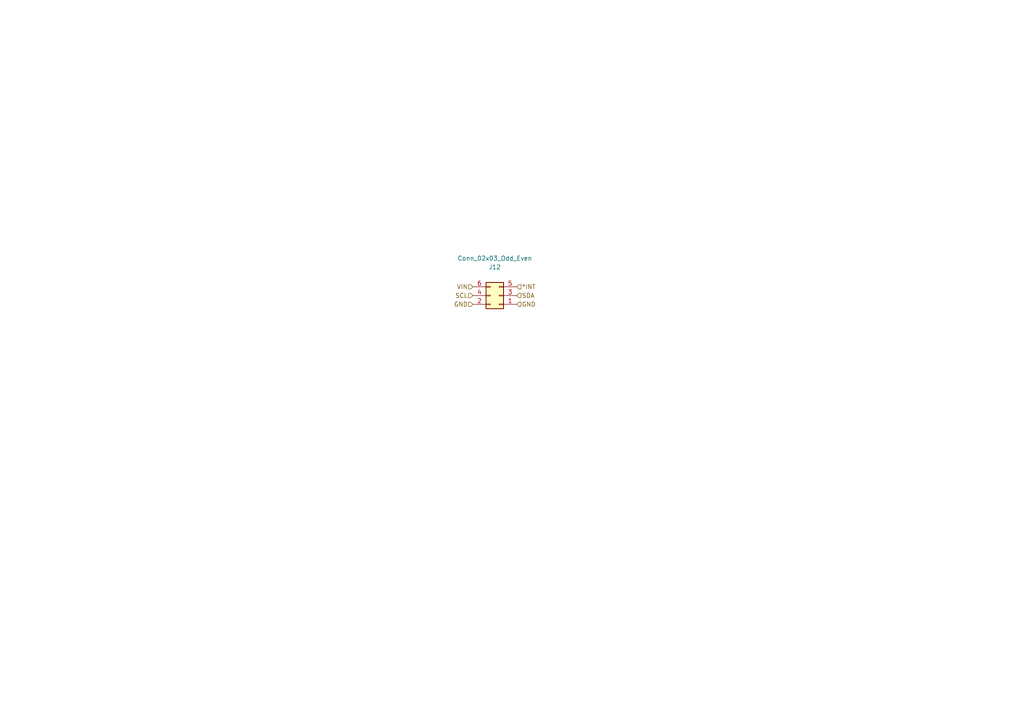
<source format=kicad_sch>
(kicad_sch (version 20231120) (generator "eeschema") (generator_version "8.0")
  (paper "A4")
  (lib_symbols
    (symbol "Connector_Generic:Conn_02x03_Odd_Even" (pin_names (offset 1.016) hide)
      (property "Reference" "J" (at 1.27 5.08 0))
      (property "Value" "Conn_02x03_Odd_Even" (at 1.27 -5.08 0))
      (symbol "Conn_02x03_Odd_Even_1_1"
        (rectangle (start -1.27 -2.413) (end 0 -2.667) (stroke (width 0.1524)))
        (rectangle (start -1.27 0.127) (end 0 -0.127) (stroke (width 0.1524)))
        (rectangle (start -1.27 2.667) (end 0 2.413) (stroke (width 0.1524)))
        (rectangle (start -1.27 3.81) (end 3.81 -3.81) (stroke (width 0.254)) (fill (type background)))
        (rectangle (start 3.81 -2.413) (end 2.54 -2.667) (stroke (width 0.1524)))
        (rectangle (start 3.81 0.127) (end 2.54 -0.127) (stroke (width 0.1524)))
        (rectangle (start 3.81 2.667) (end 2.54 2.413) (stroke (width 0.1524)))
        (pin passive line (at -5.08 2.54 0) (length 3.81) (name "Pin_1") (number "1"))
        (pin passive line (at 7.62 2.54 180) (length 3.81) (name "Pin_2") (number "2"))
        (pin passive line (at -5.08 0 0) (length 3.81) (name "Pin_3") (number "3"))
        (pin passive line (at 7.62 0 180) (length 3.81) (name "Pin_4") (number "4"))
        (pin passive line (at -5.08 -2.54 0) (length 3.81) (name "Pin_5") (number "5"))
        (pin passive line (at 7.62 -2.54 180) (length 3.81) (name "Pin_6") (number "6"))
      )
    )
  )
  (hierarchical_label "SDA" (shape input) (at 149.86 85.725 0))
  (hierarchical_label "VIN" (shape input) (at 137.16 83.185 180))
  (hierarchical_label "GND" (shape input) (at 149.86 88.265 0))
  (hierarchical_label "*INT" (shape input) (at 149.86 83.185 0))
  (hierarchical_label "GND" (shape input) (at 137.16 88.265 180))
  (hierarchical_label "SCL" (shape input) (at 137.16 85.725 180))
  (symbol (lib_id "Connector_Generic:Conn_02x03_Odd_Even") (at 144.78 85.725 180) (unit 1)
    (property "Reference" "J12" (at 143.51 77.47 0))
    (property "Value" "Conn_02x03_Odd_Even" (at 143.51 74.93 0))
    (property "Footprint" "Common:HARWIN_M50-3200345" (effects (hide yes)))
    (property "Datasheet" "https://cdn.harwin.com/pdfs/M50-320.pdf" (effects (hide yes)))
    (property "Description" "Generic connector, double row, 02x03, odd/even pin numbering scheme (row 1 odd numbers, row 2 even numbers), script generated (kicad-library-utils/schlib/autogen/connector/)" (effects (hide yes)))
    (property "Manufacturer" "Harwin" (effects (hide yes)))
    (property "Part Number" "M50-3200345" (effects (hide yes)))
    (instances (project "AVIONICS_BOARD" (path "" (reference "J12") (unit 1)) (path "" (reference "J11") (unit 1)) (path "" (reference "J13") (unit 1)) (path "" (reference "J10") (unit 1))))
  )
)
</source>
